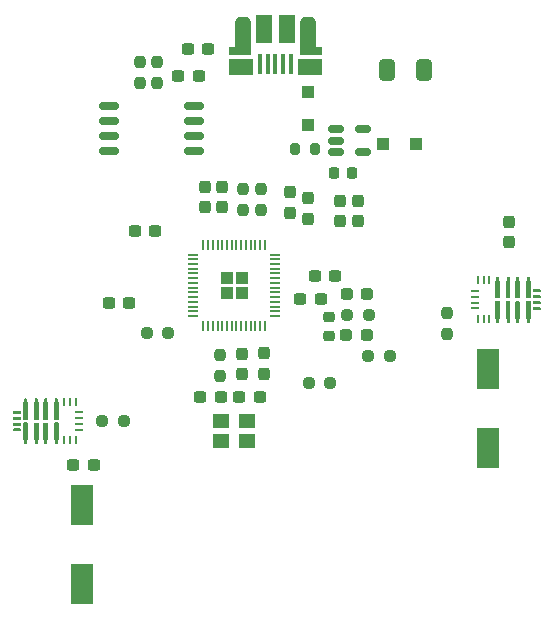
<source format=gbr>
G04 #@! TF.GenerationSoftware,KiCad,Pcbnew,9.0.1*
G04 #@! TF.CreationDate,2025-04-26T02:46:57-04:00*
G04 #@! TF.ProjectId,SwerveModuleBoard,53776572-7665-44d6-9f64-756c65426f61,REV1*
G04 #@! TF.SameCoordinates,Original*
G04 #@! TF.FileFunction,Paste,Top*
G04 #@! TF.FilePolarity,Positive*
%FSLAX46Y46*%
G04 Gerber Fmt 4.6, Leading zero omitted, Abs format (unit mm)*
G04 Created by KiCad (PCBNEW 9.0.1) date 2025-04-26 02:46:57*
%MOMM*%
%LPD*%
G01*
G04 APERTURE LIST*
G04 Aperture macros list*
%AMRoundRect*
0 Rectangle with rounded corners*
0 $1 Rounding radius*
0 $2 $3 $4 $5 $6 $7 $8 $9 X,Y pos of 4 corners*
0 Add a 4 corners polygon primitive as box body*
4,1,4,$2,$3,$4,$5,$6,$7,$8,$9,$2,$3,0*
0 Add four circle primitives for the rounded corners*
1,1,$1+$1,$2,$3*
1,1,$1+$1,$4,$5*
1,1,$1+$1,$6,$7*
1,1,$1+$1,$8,$9*
0 Add four rect primitives between the rounded corners*
20,1,$1+$1,$2,$3,$4,$5,0*
20,1,$1+$1,$4,$5,$6,$7,0*
20,1,$1+$1,$6,$7,$8,$9,0*
20,1,$1+$1,$8,$9,$2,$3,0*%
G04 Aperture macros list end*
%ADD10C,0.000000*%
%ADD11R,0.400000X1.750000*%
%ADD12R,1.825000X0.700000*%
%ADD13R,2.000000X1.460000*%
%ADD14RoundRect,0.384800X0.265200X1.240200X-0.265200X1.240200X-0.265200X-1.240200X0.265200X-1.240200X0*%
%ADD15R,1.425000X2.400000*%
%ADD16RoundRect,0.237500X0.237500X-0.300000X0.237500X0.300000X-0.237500X0.300000X-0.237500X-0.300000X0*%
%ADD17RoundRect,0.237500X0.300000X0.237500X-0.300000X0.237500X-0.300000X-0.237500X0.300000X-0.237500X0*%
%ADD18RoundRect,0.237500X-0.237500X0.250000X-0.237500X-0.250000X0.237500X-0.250000X0.237500X0.250000X0*%
%ADD19RoundRect,0.162500X-0.650000X-0.162500X0.650000X-0.162500X0.650000X0.162500X-0.650000X0.162500X0*%
%ADD20RoundRect,0.237500X0.237500X-0.250000X0.237500X0.250000X-0.237500X0.250000X-0.237500X-0.250000X0*%
%ADD21RoundRect,0.237500X-0.300000X-0.237500X0.300000X-0.237500X0.300000X0.237500X-0.300000X0.237500X0*%
%ADD22RoundRect,0.237500X-0.237500X0.300000X-0.237500X-0.300000X0.237500X-0.300000X0.237500X0.300000X0*%
%ADD23RoundRect,0.250000X-0.292217X-0.292217X0.292217X-0.292217X0.292217X0.292217X-0.292217X0.292217X0*%
%ADD24RoundRect,0.050000X-0.387500X-0.050000X0.387500X-0.050000X0.387500X0.050000X-0.387500X0.050000X0*%
%ADD25RoundRect,0.050000X-0.050000X-0.387500X0.050000X-0.387500X0.050000X0.387500X-0.050000X0.387500X0*%
%ADD26RoundRect,0.225000X0.225000X0.250000X-0.225000X0.250000X-0.225000X-0.250000X0.225000X-0.250000X0*%
%ADD27RoundRect,0.250000X-0.412500X-0.650000X0.412500X-0.650000X0.412500X0.650000X-0.412500X0.650000X0*%
%ADD28RoundRect,0.237500X0.287500X0.237500X-0.287500X0.237500X-0.287500X-0.237500X0.287500X-0.237500X0*%
%ADD29R,1.920000X3.460000*%
%ADD30RoundRect,0.237500X0.250000X0.237500X-0.250000X0.237500X-0.250000X-0.237500X0.250000X-0.237500X0*%
%ADD31RoundRect,0.250000X-0.300000X-0.300000X0.300000X-0.300000X0.300000X0.300000X-0.300000X0.300000X0*%
%ADD32R,1.400000X1.200000*%
%ADD33RoundRect,0.250000X0.300000X-0.300000X0.300000X0.300000X-0.300000X0.300000X-0.300000X-0.300000X0*%
%ADD34RoundRect,0.200000X-0.200000X-0.275000X0.200000X-0.275000X0.200000X0.275000X-0.200000X0.275000X0*%
%ADD35RoundRect,0.150000X-0.512500X-0.150000X0.512500X-0.150000X0.512500X0.150000X-0.512500X0.150000X0*%
%ADD36RoundRect,0.237500X-0.250000X-0.237500X0.250000X-0.237500X0.250000X0.237500X-0.250000X0.237500X0*%
%ADD37RoundRect,0.225000X-0.250000X0.225000X-0.250000X-0.225000X0.250000X-0.225000X0.250000X0.225000X0*%
%ADD38R,0.249999X0.650001*%
%ADD39R,0.650001X0.249999*%
G04 APERTURE END LIST*
D10*
G36*
X122449998Y-94137498D02*
G01*
X122449998Y-94287498D01*
X122399998Y-94337498D01*
X121849999Y-94337498D01*
X121799999Y-94287498D01*
X121799999Y-94137498D01*
X121849999Y-94087498D01*
X122399998Y-94087498D01*
X122449998Y-94137498D01*
G37*
G36*
X122449998Y-94637500D02*
G01*
X122449998Y-94787500D01*
X122399998Y-94837500D01*
X121849999Y-94837500D01*
X121799999Y-94787500D01*
X121799999Y-94637500D01*
X121849999Y-94587500D01*
X122399998Y-94587500D01*
X122449998Y-94637500D01*
G37*
G36*
X122449998Y-95137499D02*
G01*
X122449998Y-95287499D01*
X122399998Y-95337499D01*
X121849999Y-95337499D01*
X121799999Y-95287499D01*
X121799999Y-95137499D01*
X121849999Y-95087499D01*
X122399998Y-95087499D01*
X122449998Y-95137499D01*
G37*
G36*
X122449998Y-93637499D02*
G01*
X122449998Y-93787499D01*
X122399998Y-93837499D01*
X121849999Y-93837499D01*
X121799999Y-93787499D01*
X121799999Y-93637499D01*
X121849999Y-93587499D01*
X122399998Y-93587499D01*
X122449998Y-93637499D01*
G37*
G36*
X118924999Y-92562500D02*
G01*
X118924999Y-92862500D01*
X119000000Y-92862500D01*
X119000000Y-94312499D01*
X118949998Y-94362499D01*
X118649998Y-94362499D01*
X118599998Y-94312499D01*
X118599998Y-92862500D01*
X118674999Y-92862500D01*
X118674999Y-92562500D01*
X118724999Y-92512500D01*
X118874999Y-92512498D01*
X118924999Y-92562500D01*
G37*
G36*
X118949998Y-94562499D02*
G01*
X119000000Y-94612499D01*
X119000000Y-96062498D01*
X118924999Y-96062498D01*
X118924999Y-96362498D01*
X118874999Y-96412498D01*
X118724999Y-96412498D01*
X118674999Y-96362498D01*
X118674999Y-96062498D01*
X118599998Y-96062498D01*
X118599998Y-94612499D01*
X118649998Y-94562496D01*
X118949998Y-94562499D01*
G37*
G36*
X119899998Y-94637500D02*
G01*
X119899998Y-96062498D01*
X119825000Y-96062498D01*
X119825000Y-96362500D01*
X119774997Y-96412500D01*
X119625000Y-96412498D01*
X119575000Y-96362498D01*
X119575000Y-96062498D01*
X119499999Y-96062498D01*
X119499999Y-94637500D01*
X119549999Y-94587500D01*
X119849998Y-94587500D01*
X119899998Y-94637500D01*
G37*
G36*
X119825000Y-92562498D02*
G01*
X119825000Y-92862500D01*
X119899998Y-92862500D01*
X119899996Y-94287498D01*
X119849998Y-94337498D01*
X119549999Y-94337498D01*
X119499999Y-94287498D01*
X119499999Y-92862500D01*
X119575000Y-92862500D01*
X119575003Y-92562500D01*
X119625003Y-92512498D01*
X119774997Y-92512498D01*
X119825000Y-92562498D01*
G37*
G36*
X120624998Y-92562498D02*
G01*
X120624998Y-92862500D01*
X120699999Y-92862500D01*
X120699997Y-94287498D01*
X120649999Y-94337498D01*
X120350000Y-94337498D01*
X120300000Y-94287498D01*
X120300000Y-92862500D01*
X120374999Y-92862500D01*
X120375001Y-92562500D01*
X120425001Y-92512500D01*
X120574998Y-92512498D01*
X120624998Y-92562498D01*
G37*
G36*
X120699997Y-94637500D02*
G01*
X120699999Y-96062498D01*
X120624998Y-96062498D01*
X120624998Y-96362500D01*
X120574998Y-96412500D01*
X120425001Y-96412498D01*
X120375001Y-96362498D01*
X120374999Y-96062498D01*
X120300000Y-96062498D01*
X120300000Y-94637500D01*
X120350000Y-94587500D01*
X120649999Y-94587500D01*
X120699997Y-94637500D01*
G37*
G36*
X121524999Y-92562500D02*
G01*
X121524999Y-92862500D01*
X121600000Y-92862500D01*
X121599997Y-94312499D01*
X121549997Y-94362499D01*
X121249998Y-94362502D01*
X121199998Y-94312499D01*
X121199998Y-92862500D01*
X121274999Y-92862500D01*
X121274999Y-92562500D01*
X121324999Y-92512500D01*
X121474999Y-92512498D01*
X121524999Y-92562500D01*
G37*
G36*
X121549997Y-94562499D02*
G01*
X121599997Y-94612499D01*
X121600000Y-96062498D01*
X121524999Y-96062498D01*
X121524999Y-96362498D01*
X121474999Y-96412500D01*
X121324999Y-96412498D01*
X121274999Y-96362498D01*
X121274999Y-96062498D01*
X121199998Y-96062498D01*
X121200001Y-94612499D01*
X121249998Y-94562496D01*
X121549997Y-94562499D01*
G37*
G36*
X78450000Y-105425000D02*
G01*
X78450000Y-105575000D01*
X78400000Y-105625000D01*
X77850001Y-105625000D01*
X77800001Y-105575000D01*
X77800001Y-105425000D01*
X77850001Y-105375000D01*
X78400000Y-105375000D01*
X78450000Y-105425000D01*
G37*
G36*
X78450000Y-103925000D02*
G01*
X78450000Y-104075000D01*
X78400000Y-104125000D01*
X77850001Y-104125000D01*
X77800001Y-104075000D01*
X77800001Y-103925000D01*
X77850001Y-103875000D01*
X78400000Y-103875000D01*
X78450000Y-103925000D01*
G37*
G36*
X78450000Y-104424999D02*
G01*
X78450000Y-104574999D01*
X78400000Y-104624999D01*
X77850001Y-104624999D01*
X77800001Y-104574999D01*
X77800001Y-104424999D01*
X77850001Y-104374999D01*
X78400000Y-104374999D01*
X78450000Y-104424999D01*
G37*
G36*
X78450000Y-104925001D02*
G01*
X78450000Y-105075001D01*
X78400000Y-105125001D01*
X77850001Y-105125001D01*
X77800001Y-105075001D01*
X77800001Y-104925001D01*
X77850001Y-104875001D01*
X78400000Y-104875001D01*
X78450000Y-104925001D01*
G37*
G36*
X78925000Y-102800001D02*
G01*
X78975000Y-102850001D01*
X78975000Y-103150001D01*
X79050001Y-103150001D01*
X79049998Y-104600000D01*
X79000001Y-104650003D01*
X78700002Y-104650000D01*
X78650002Y-104600000D01*
X78649999Y-103150001D01*
X78725000Y-103150001D01*
X78725000Y-102850001D01*
X78775000Y-102799999D01*
X78925000Y-102800001D01*
G37*
G36*
X79050001Y-104900000D02*
G01*
X79050001Y-106349999D01*
X78975000Y-106349999D01*
X78975000Y-106649999D01*
X78925000Y-106699999D01*
X78775000Y-106700001D01*
X78725000Y-106649999D01*
X78725000Y-106349999D01*
X78649999Y-106349999D01*
X78650002Y-104900000D01*
X78700002Y-104850000D01*
X79000001Y-104849997D01*
X79050001Y-104900000D01*
G37*
G36*
X79824998Y-102800001D02*
G01*
X79874998Y-102850001D01*
X79875000Y-103150001D01*
X79949999Y-103150001D01*
X79949999Y-104574999D01*
X79899999Y-104624999D01*
X79600000Y-104624999D01*
X79550002Y-104574999D01*
X79550000Y-103150001D01*
X79625001Y-103150001D01*
X79625001Y-102849999D01*
X79675001Y-102799999D01*
X79824998Y-102800001D01*
G37*
G36*
X79949999Y-104925001D02*
G01*
X79949999Y-106349999D01*
X79875000Y-106349999D01*
X79874998Y-106649999D01*
X79824998Y-106699999D01*
X79675001Y-106700001D01*
X79625001Y-106650001D01*
X79625001Y-106349999D01*
X79550000Y-106349999D01*
X79550002Y-104925001D01*
X79600000Y-104875001D01*
X79899999Y-104875001D01*
X79949999Y-104925001D01*
G37*
G36*
X80750000Y-104925001D02*
G01*
X80750000Y-106349999D01*
X80674999Y-106349999D01*
X80674996Y-106649999D01*
X80624996Y-106700001D01*
X80475002Y-106700001D01*
X80424999Y-106650001D01*
X80424999Y-106349999D01*
X80350001Y-106349999D01*
X80350003Y-104925001D01*
X80400001Y-104875001D01*
X80700000Y-104875001D01*
X80750000Y-104925001D01*
G37*
G36*
X80624999Y-102800001D02*
G01*
X80674999Y-102850001D01*
X80674999Y-103150001D01*
X80750000Y-103150001D01*
X80750000Y-104574999D01*
X80700000Y-104624999D01*
X80400001Y-104624999D01*
X80350001Y-104574999D01*
X80350001Y-103150001D01*
X80424999Y-103150001D01*
X80424999Y-102849999D01*
X80475002Y-102799999D01*
X80624999Y-102800001D01*
G37*
G36*
X81575000Y-102850001D02*
G01*
X81575000Y-103150001D01*
X81650001Y-103150001D01*
X81650001Y-104600000D01*
X81600001Y-104650003D01*
X81300001Y-104650000D01*
X81249999Y-104600000D01*
X81249999Y-103150001D01*
X81325000Y-103150001D01*
X81325000Y-102850001D01*
X81375000Y-102800001D01*
X81525000Y-102800001D01*
X81575000Y-102850001D01*
G37*
G36*
X81650001Y-104900000D02*
G01*
X81650001Y-106349999D01*
X81575000Y-106349999D01*
X81575000Y-106649999D01*
X81525000Y-106699999D01*
X81375000Y-106700001D01*
X81325000Y-106649999D01*
X81325000Y-106349999D01*
X81249999Y-106349999D01*
X81249999Y-104900000D01*
X81300001Y-104850000D01*
X81600001Y-104850000D01*
X81650001Y-104900000D01*
G37*
D11*
X101300000Y-74535000D03*
X100650000Y-74535000D03*
X100000000Y-74535000D03*
X99350000Y-74535000D03*
X98700000Y-74535000D03*
D12*
X102987500Y-73410000D03*
D13*
X102900000Y-74740000D03*
D14*
X102725000Y-72135000D03*
D15*
X100962500Y-71510000D03*
X99037500Y-71510000D03*
D14*
X97275000Y-72135000D03*
D13*
X97100000Y-74740000D03*
D12*
X97012500Y-73410000D03*
D16*
X102750000Y-87612500D03*
X102750000Y-85887500D03*
X101250000Y-87112500D03*
X101250000Y-85387500D03*
D17*
X87612500Y-94750000D03*
X85887500Y-94750000D03*
X93497500Y-75555000D03*
X91772500Y-75555000D03*
D18*
X88500000Y-74337500D03*
X88500000Y-76162500D03*
D19*
X85912500Y-78095000D03*
X85912500Y-79365000D03*
X85912500Y-80635000D03*
X85912500Y-81905000D03*
X93087500Y-81905000D03*
X93087500Y-80635000D03*
X93087500Y-79365000D03*
X93087500Y-78095000D03*
D20*
X90000000Y-76162500D03*
X90000000Y-74337500D03*
D16*
X95500000Y-86612500D03*
X95500000Y-84887500D03*
D21*
X102122500Y-94450000D03*
X103847500Y-94450000D03*
D22*
X97190000Y-99037500D03*
X97190000Y-100762500D03*
D18*
X97250000Y-85087500D03*
X97250000Y-86912500D03*
D22*
X99040000Y-99017500D03*
X99040000Y-100742500D03*
D17*
X89832500Y-88680000D03*
X88107500Y-88680000D03*
D16*
X105480000Y-87822500D03*
X105480000Y-86097500D03*
D23*
X95862500Y-92612500D03*
X95862500Y-93887500D03*
X97137500Y-92612500D03*
X97137500Y-93887500D03*
D24*
X93062500Y-90650000D03*
X93062500Y-91050000D03*
X93062500Y-91450000D03*
X93062500Y-91850000D03*
X93062500Y-92250000D03*
X93062500Y-92650000D03*
X93062500Y-93050000D03*
X93062500Y-93450000D03*
X93062500Y-93850000D03*
X93062500Y-94250000D03*
X93062500Y-94650000D03*
X93062500Y-95050000D03*
X93062500Y-95450000D03*
X93062500Y-95850000D03*
D25*
X93900000Y-96687500D03*
X94300000Y-96687500D03*
X94700000Y-96687500D03*
X95100000Y-96687500D03*
X95500000Y-96687500D03*
X95900000Y-96687500D03*
X96300000Y-96687500D03*
X96700000Y-96687500D03*
X97100000Y-96687500D03*
X97500000Y-96687500D03*
X97900000Y-96687500D03*
X98300000Y-96687500D03*
X98700000Y-96687500D03*
X99100000Y-96687500D03*
D24*
X99937500Y-95850000D03*
X99937500Y-95450000D03*
X99937500Y-95050000D03*
X99937500Y-94650000D03*
X99937500Y-94250000D03*
X99937500Y-93850000D03*
X99937500Y-93450000D03*
X99937500Y-93050000D03*
X99937500Y-92650000D03*
X99937500Y-92250000D03*
X99937500Y-91850000D03*
X99937500Y-91450000D03*
X99937500Y-91050000D03*
X99937500Y-90650000D03*
D25*
X99100000Y-89812500D03*
X98700000Y-89812500D03*
X98300000Y-89812500D03*
X97900000Y-89812500D03*
X97500000Y-89812500D03*
X97100000Y-89812500D03*
X96700000Y-89812500D03*
X96300000Y-89812500D03*
X95900000Y-89812500D03*
X95500000Y-89812500D03*
X95100000Y-89812500D03*
X94700000Y-89812500D03*
X94300000Y-89812500D03*
X93900000Y-89812500D03*
D18*
X98750000Y-85087500D03*
X98750000Y-86912500D03*
D16*
X94000000Y-86612500D03*
X94000000Y-84887500D03*
X107000000Y-87802500D03*
X107000000Y-86077500D03*
D17*
X94312500Y-73225000D03*
X92587500Y-73225000D03*
D22*
X119750000Y-87887500D03*
X119750000Y-89612500D03*
D21*
X103337499Y-92500000D03*
X105062501Y-92500000D03*
D26*
X106525000Y-83750000D03*
X104975000Y-83750000D03*
D17*
X95362500Y-102750000D03*
X93637500Y-102750000D03*
D27*
X109437500Y-75000000D03*
X112562500Y-75000000D03*
D28*
X107750000Y-97500000D03*
X106000000Y-97500000D03*
D29*
X83600000Y-111875000D03*
X83600000Y-118525000D03*
D30*
X90912500Y-97250000D03*
X89087500Y-97250000D03*
D31*
X109100000Y-81250000D03*
X111900000Y-81250000D03*
D21*
X96937500Y-102750000D03*
X98662500Y-102750000D03*
D20*
X114500000Y-97412500D03*
X114500000Y-95587500D03*
D32*
X95400000Y-106400000D03*
X97600000Y-106400000D03*
X97600000Y-104700000D03*
X95400000Y-104700000D03*
D29*
X118000000Y-100350000D03*
X118000000Y-107000000D03*
D33*
X102750000Y-79650000D03*
X102750000Y-76850000D03*
D30*
X109662500Y-99250000D03*
X107837500Y-99250000D03*
D34*
X101675000Y-81750000D03*
X103325000Y-81750000D03*
D17*
X84612500Y-108500000D03*
X82887500Y-108500000D03*
D30*
X87162500Y-104750000D03*
X85337500Y-104750000D03*
D35*
X105112500Y-80050000D03*
X105112500Y-81000000D03*
X105112500Y-81950000D03*
X107387500Y-81950000D03*
X107387500Y-80050000D03*
D36*
X106087500Y-95750000D03*
X107912500Y-95750000D03*
D37*
X104500000Y-95975000D03*
X104500000Y-97525000D03*
D18*
X95330000Y-99147500D03*
X95330000Y-100972500D03*
D38*
X117125000Y-96087500D03*
X117624999Y-96087500D03*
X118124998Y-96087500D03*
X118124998Y-92837498D03*
X117624999Y-92837498D03*
X117125000Y-92837498D03*
D39*
X116874998Y-93712498D03*
X116874998Y-94212499D03*
X116874998Y-94712499D03*
X116874998Y-95212500D03*
D36*
X102837500Y-101500000D03*
X104662500Y-101500000D03*
D28*
X107787500Y-94000000D03*
X106037500Y-94000000D03*
D38*
X83124999Y-103124999D03*
X82625000Y-103124999D03*
X82125001Y-103124999D03*
X82125001Y-106375001D03*
X82625000Y-106375001D03*
X83124999Y-106375001D03*
D39*
X83375001Y-105500001D03*
X83375001Y-105000000D03*
X83375001Y-104500000D03*
X83375001Y-103999999D03*
M02*

</source>
